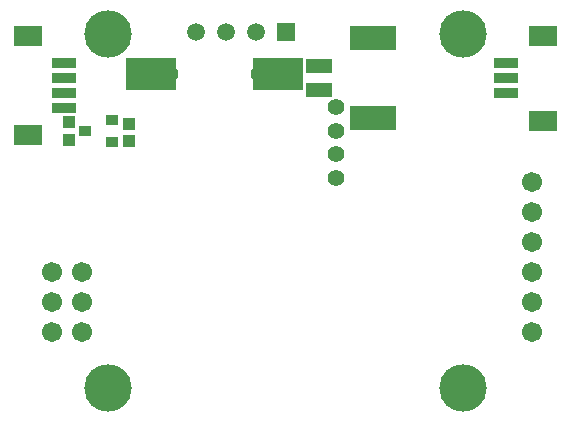
<source format=gbs>
%FSLAX23Y23*%
%MOIN*%
G70*
G01*
G75*
G04 Layer_Color=16711935*
%ADD10R,0.031X0.035*%
%ADD11R,0.051X0.073*%
%ADD12R,0.039X0.039*%
%ADD13R,0.087X0.039*%
%ADD14R,0.071X0.028*%
%ADD15R,0.028X0.071*%
%ADD16R,0.087X0.059*%
%ADD17R,0.118X0.063*%
%ADD18R,0.022X0.039*%
%ADD19C,0.012*%
%ADD20C,0.006*%
%ADD21R,0.087X0.063*%
%ADD22R,0.087X0.063*%
%ADD23R,0.063X0.087*%
%ADD24R,0.051X0.051*%
%ADD25C,0.051*%
%ADD26C,0.150*%
%ADD27C,0.059*%
%ADD28C,0.047*%
%ADD29C,0.020*%
%ADD30C,0.024*%
%ADD31R,0.079X0.039*%
%ADD32R,0.035X0.024*%
%ADD33R,0.035X0.031*%
%ADD34R,0.157X0.098*%
%ADD35R,0.150X0.071*%
%ADD36C,0.016*%
%ADD37C,0.001*%
%ADD38C,0.008*%
%ADD39R,0.004X0.004*%
%ADD40R,0.193X0.006*%
%ADD41R,0.161X0.006*%
%ADD42R,0.006X0.258*%
%ADD43R,0.006X0.259*%
%ADD44R,0.039X0.043*%
%ADD45R,0.059X0.081*%
%ADD46R,0.047X0.047*%
%ADD47R,0.095X0.047*%
%ADD48R,0.079X0.036*%
%ADD49R,0.036X0.079*%
%ADD50R,0.095X0.067*%
%ADD51R,0.126X0.071*%
%ADD52R,0.030X0.047*%
%ADD53R,0.095X0.071*%
%ADD54R,0.095X0.071*%
%ADD55R,0.071X0.095*%
%ADD56R,0.059X0.059*%
%ADD57C,0.059*%
%ADD58C,0.158*%
%ADD59C,0.067*%
%ADD60C,0.055*%
%ADD61R,0.087X0.047*%
%ADD62R,0.043X0.032*%
%ADD63R,0.043X0.039*%
%ADD64R,0.165X0.106*%
%ADD65R,0.158X0.079*%
D48*
X2705Y2136D02*
D03*
Y2087D02*
D03*
Y2185D02*
D03*
X1232Y2185D02*
D03*
Y2037D02*
D03*
Y2136D02*
D03*
Y2087D02*
D03*
D53*
X2827Y2277D02*
D03*
Y1994D02*
D03*
X1110Y2277D02*
D03*
Y1945D02*
D03*
D56*
X1971Y2288D02*
D03*
D57*
X1871D02*
D03*
X1771D02*
D03*
X1671D02*
D03*
D58*
X2559Y1102D02*
D03*
Y2283D02*
D03*
X1378D02*
D03*
Y1102D02*
D03*
D59*
X2792Y1291D02*
D03*
Y1391D02*
D03*
Y1491D02*
D03*
Y1591D02*
D03*
Y1691D02*
D03*
Y1791D02*
D03*
X1292Y1291D02*
D03*
X1192D02*
D03*
Y1391D02*
D03*
Y1491D02*
D03*
X1292Y1391D02*
D03*
Y1491D02*
D03*
D60*
X2138Y1803D02*
D03*
Y1882D02*
D03*
Y1961D02*
D03*
Y2039D02*
D03*
X1882Y2150D02*
D03*
X1583D02*
D03*
D61*
X2079Y2096D02*
D03*
Y2175D02*
D03*
D62*
X1301Y1960D02*
D03*
X1392Y1922D02*
D03*
Y1997D02*
D03*
D63*
X1246Y1988D02*
D03*
Y1931D02*
D03*
X1447Y1984D02*
D03*
Y1927D02*
D03*
D64*
X1520Y2150D02*
D03*
X1945D02*
D03*
D65*
X2262Y2004D02*
D03*
Y2268D02*
D03*
M02*

</source>
